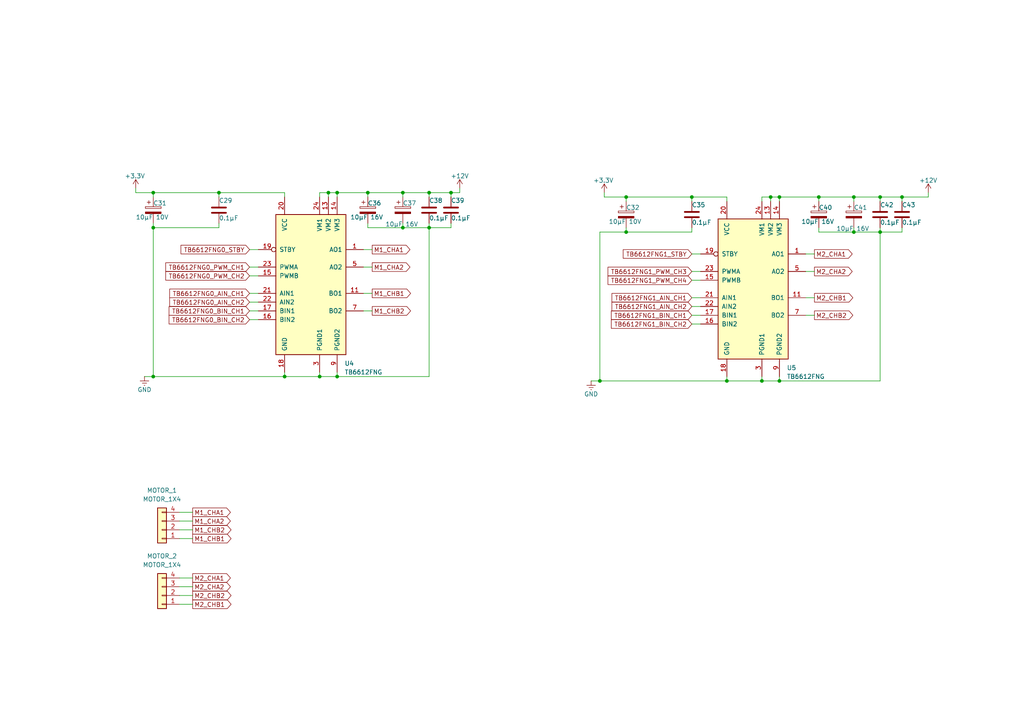
<source format=kicad_sch>
(kicad_sch (version 20250114) (generator "eeschema") (generator_version "9.0")
  (paper "A4")
  (lib_symbols
    (symbol "Connector_Generic:Conn_01x04" (pin_names (offset 1.016) (hide yes))
      (property "Reference" "J" (at 0 5.08 0))
      (property "Value" "Conn_01x04" (at 0 -7.62 0))
      (symbol "Conn_01x04_1_1"
        (rectangle (start -1.27 3.81) (end 1.27 -6.35) (stroke (width 0.254)) (fill (type background)))
        (rectangle (start -1.27 2.667) (end 0 2.413) (stroke (width 0.1524)))
        (rectangle (start -1.27 0.127) (end 0 -0.127) (stroke (width 0.1524)))
        (rectangle (start -1.27 -2.413) (end 0 -2.667) (stroke (width 0.1524)))
        (rectangle (start -1.27 -4.953) (end 0 -5.207) (stroke (width 0.1524)))
        (pin passive line (at -5.08 2.54 0) (length 3.81) (name "Pin_1") (number "1"))
        (pin passive line (at -5.08 0 0) (length 3.81) (name "Pin_2") (number "2"))
        (pin passive line (at -5.08 -2.54 0) (length 3.81) (name "Pin_3") (number "3"))
        (pin passive line (at -5.08 -5.08 0) (length 3.81) (name "Pin_4") (number "4"))
      )
    )
    (symbol "Device:C" (pin_numbers (hide yes)) (pin_names (offset 0.254))
      (property "Reference" "C" (at 0.635 2.54 0))
      (property "Value" "C" (at 0.635 -2.54 0))
      (symbol "C_0_1"
        (polyline (pts (xy -2.032 0.762) (xy 2.032 0.762)) (stroke (width 0.508)))
        (polyline (pts (xy -2.032 -0.762) (xy 2.032 -0.762)) (stroke (width 0.508)))
      )
      (symbol "C_1_1"
        (pin passive line (at 0 3.81 270) (length 2.794) (name "~") (number "1"))
        (pin passive line (at 0 -3.81 90) (length 2.794) (name "~") (number "2"))
      )
    )
    (symbol "Device:C_Polarized" (pin_numbers (hide yes)) (pin_names (offset 0.254))
      (property "Reference" "C" (at 0.635 2.54 0))
      (property "Value" "C_Polarized" (at 0.635 -2.54 0))
      (symbol "C_Polarized_0_1"
        (rectangle (start -2.286 0.508) (end 2.286 1.016))
        (polyline (pts (xy -1.778 2.286) (xy -0.762 2.286)))
        (polyline (pts (xy -1.27 2.794) (xy -1.27 1.778)))
        (rectangle (start 2.286 -0.508) (end -2.286 -1.016) (fill (type outline)))
      )
      (symbol "C_Polarized_1_1"
        (pin passive line (at 0 3.81 270) (length 2.794) (name "~") (number "1"))
        (pin passive line (at 0 -3.81 90) (length 2.794) (name "~") (number "2"))
      )
    )
    (symbol "Driver_Motor:TB6612FNG" (pin_names (offset 1.016))
      (property "Reference" "U" (at 11.43 17.78 0))
      (property "Value" "TB6612FNG" (at 11.43 15.24 0))
      (symbol "TB6612FNG_0_1"
        (rectangle (start -10.16 20.32) (end 10.16 -20.32) (stroke (width 0.254)) (fill (type background)))
      )
      (symbol "TB6612FNG_1_1"
        (pin input inverted (at -15.24 10.16 0) (length 5.08) (name "STBY") (number "19"))
        (pin input line (at -15.24 5.08 0) (length 5.08) (name "PWMA") (number "23"))
        (pin input line (at -15.24 2.54 0) (length 5.08) (name "PWMB") (number "15"))
        (pin input line (at -15.24 -2.54 0) (length 5.08) (name "AIN1") (number "21"))
        (pin input line (at -15.24 -5.08 0) (length 5.08) (name "AIN2") (number "22"))
        (pin input line (at -15.24 -7.62 0) (length 5.08) (name "BIN1") (number "17"))
        (pin input line (at -15.24 -10.16 0) (length 5.08) (name "BIN2") (number "16"))
        (pin power_in line (at -7.62 25.4 270) (length 5.08) (name "VCC") (number "20"))
        (pin power_in line (at -7.62 -25.4 90) (length 5.08) (name "GND") (number "18"))
        (pin power_in line (at 2.54 25.4 270) (length 5.08) (name "VM1") (number "24"))
        (pin power_in line (at 2.54 -25.4 90) (length 5.08) (name "PGND1") (number "3"))
        (pin passive line (at 2.54 -25.4 90) (length 5.08) (hide yes) (name "PGND1") (number "4"))
        (pin power_in line (at 5.08 25.4 270) (length 5.08) (name "VM2") (number "13"))
        (pin power_in line (at 7.62 25.4 270) (length 5.08) (name "VM3") (number "14"))
        (pin passive line (at 7.62 -25.4 90) (length 5.08) (hide yes) (name "PGND2") (number "10"))
        (pin power_in line (at 7.62 -25.4 90) (length 5.08) (name "PGND2") (number "9"))
        (pin output line (at 15.24 10.16 180) (length 5.08) (name "AO1") (number "1"))
        (pin passive line (at 15.24 10.16 180) (length 5.08) (hide yes) (name "AO1") (number "2"))
        (pin output line (at 15.24 5.08 180) (length 5.08) (name "AO2") (number "5"))
        (pin passive line (at 15.24 5.08 180) (length 5.08) (hide yes) (name "AO2") (number "6"))
        (pin output line (at 15.24 -2.54 180) (length 5.08) (name "BO1") (number "11"))
        (pin passive line (at 15.24 -2.54 180) (length 5.08) (hide yes) (name "BO1") (number "12"))
        (pin output line (at 15.24 -7.62 180) (length 5.08) (name "BO2") (number "7"))
        (pin passive line (at 15.24 -7.62 180) (length 5.08) (hide yes) (name "BO2") (number "8"))
      )
    )
    (symbol "power:+12V" (power) (pin_numbers (hide yes)) (pin_names (offset 0) (hide yes))
      (property "Value" "+12V" (at 0 3.556 0))
      (symbol "+12V_0_1"
        (polyline (pts (xy -0.762 1.27) (xy 0 2.54)))
        (polyline (pts (xy 0 2.54) (xy 0.762 1.27)))
        (polyline (pts (xy 0 0) (xy 0 2.54)))
      )
      (symbol "+12V_1_1"
        (pin power_in line (at 0 0 90) (length 0) (name "~") (number "1"))
      )
    )
    (symbol "power:+3.3V" (power) (pin_numbers (hide yes)) (pin_names (offset 0) (hide yes))
      (property "Value" "+3.3V" (at 0 3.556 0))
      (symbol "+3.3V_0_1"
        (polyline (pts (xy -0.762 1.27) (xy 0 2.54)))
        (polyline (pts (xy 0 2.54) (xy 0.762 1.27)))
        (polyline (pts (xy 0 0) (xy 0 2.54)))
      )
      (symbol "+3.3V_1_1"
        (pin power_in line (at 0 0 90) (length 0) (name "~") (number "1"))
      )
    )
    (symbol "power:Earth" (power) (pin_numbers (hide yes)) (pin_names (offset 0) (hide yes))
      (property "Value" "Earth" (at 0 -3.81 0))
      (symbol "Earth_0_1"
        (polyline (pts (xy -0.635 -1.905) (xy 0.635 -1.905)))
        (polyline (pts (xy -0.127 -2.54) (xy 0.127 -2.54)))
        (polyline (pts (xy 0 -1.27) (xy 0 0)))
        (polyline (pts (xy 1.27 -1.27) (xy -1.27 -1.27)))
      )
      (symbol "Earth_1_1"
        (pin power_in line (at 0 0 270) (length 0) (name "~") (number "1"))
      )
    )
  )
  (junction (at 237.49 57.15))
  (junction (at 106.68 55.88))
  (junction (at 261.62 57.15))
  (junction (at 92.71 109.22))
  (junction (at 130.81 55.88))
  (junction (at 97.79 55.88))
  (junction (at 95.25 55.88))
  (junction (at 226.06 57.15))
  (junction (at 44.45 66.04))
  (junction (at 181.61 57.15))
  (junction (at 210.82 110.49))
  (junction (at 223.52 57.15))
  (junction (at 220.98 110.49))
  (junction (at 181.61 67.31))
  (junction (at 247.65 67.31))
  (junction (at 255.27 67.31))
  (junction (at 116.84 55.88))
  (junction (at 255.27 57.15))
  (junction (at 124.46 66.04))
  (junction (at 247.65 57.15))
  (junction (at 97.79 109.22))
  (junction (at 63.5 55.88))
  (junction (at 173.99 110.49))
  (junction (at 116.84 66.04))
  (junction (at 124.46 55.88))
  (junction (at 200.66 57.15))
  (junction (at 226.06 110.49))
  (junction (at 44.45 109.22))
  (junction (at 82.55 109.22))
  (junction (at 44.45 55.88))
  (wire (pts (xy 247.65 57.15) (xy 247.65 58.42)))
  (wire (pts (xy 233.68 91.44) (xy 236.22 91.44)))
  (wire (pts (xy 105.41 77.47) (xy 107.95 77.47)))
  (wire (pts (xy 106.68 66.04) (xy 116.84 66.04)))
  (wire (pts (xy 124.46 55.88) (xy 130.81 55.88)))
  (wire (pts (xy 106.68 55.88) (xy 116.84 55.88)))
  (wire (pts (xy 173.99 110.49) (xy 210.82 110.49)))
  (wire (pts (xy 63.5 66.04) (xy 63.5 64.77)))
  (wire (pts (xy 106.68 66.04) (xy 106.68 64.77)))
  (wire (pts (xy 97.79 55.88) (xy 95.25 55.88)))
  (wire (pts (xy 233.68 86.36) (xy 236.22 86.36)))
  (wire (pts (xy 210.82 58.42) (xy 210.82 57.15)))
  (wire (pts (xy 226.06 57.15) (xy 226.06 58.42)))
  (wire (pts (xy 133.35 55.88) (xy 130.81 55.88)))
  (wire (pts (xy 95.25 55.88) (xy 95.25 57.15)))
  (wire (pts (xy 200.66 91.44) (xy 203.2 91.44)))
  (wire (pts (xy 130.81 64.77) (xy 130.81 66.04)))
  (wire (pts (xy 52.07 153.67) (xy 55.88 153.67)))
  (wire (pts (xy 200.66 81.28) (xy 203.2 81.28)))
  (wire (pts (xy 261.62 57.15) (xy 269.24 57.15)))
  (wire (pts (xy 124.46 109.22) (xy 97.79 109.22)))
  (wire (pts (xy 41.91 109.22) (xy 44.45 109.22)))
  (wire (pts (xy 44.45 64.77) (xy 44.45 66.04)))
  (wire (pts (xy 255.27 110.49) (xy 226.06 110.49)))
  (wire (pts (xy 175.26 57.15) (xy 175.26 55.88)))
  (wire (pts (xy 130.81 66.04) (xy 124.46 66.04)))
  (wire (pts (xy 92.71 55.88) (xy 92.71 57.15)))
  (wire (pts (xy 44.45 55.88) (xy 63.5 55.88)))
  (wire (pts (xy 72.39 85.09) (xy 74.93 85.09)))
  (wire (pts (xy 181.61 57.15) (xy 175.26 57.15)))
  (wire (pts (xy 233.68 78.74) (xy 236.22 78.74)))
  (wire (pts (xy 237.49 57.15) (xy 237.49 58.42)))
  (wire (pts (xy 92.71 109.22) (xy 82.55 109.22)))
  (wire (pts (xy 255.27 66.04) (xy 255.27 67.31)))
  (wire (pts (xy 200.66 73.66) (xy 203.2 73.66)))
  (wire (pts (xy 173.99 67.31) (xy 173.99 110.49)))
  (wire (pts (xy 124.46 57.15) (xy 124.46 55.88)))
  (wire (pts (xy 220.98 57.15) (xy 223.52 57.15)))
  (wire (pts (xy 226.06 57.15) (xy 237.49 57.15)))
  (wire (pts (xy 247.65 67.31) (xy 255.27 67.31)))
  (wire (pts (xy 72.39 80.01) (xy 74.93 80.01)))
  (wire (pts (xy 52.07 156.21) (xy 55.88 156.21)))
  (wire (pts (xy 200.66 57.15) (xy 200.66 58.42)))
  (wire (pts (xy 124.46 66.04) (xy 124.46 109.22)))
  (wire (pts (xy 181.61 67.31) (xy 181.61 66.04)))
  (wire (pts (xy 44.45 66.04) (xy 44.45 109.22)))
  (wire (pts (xy 200.66 67.31) (xy 200.66 66.04)))
  (wire (pts (xy 200.66 88.9) (xy 203.2 88.9)))
  (wire (pts (xy 97.79 55.88) (xy 106.68 55.88)))
  (wire (pts (xy 261.62 57.15) (xy 261.62 58.42)))
  (wire (pts (xy 200.66 93.98) (xy 203.2 93.98)))
  (wire (pts (xy 226.06 110.49) (xy 226.06 109.22)))
  (wire (pts (xy 39.37 55.88) (xy 39.37 54.61)))
  (wire (pts (xy 223.52 57.15) (xy 223.52 58.42)))
  (wire (pts (xy 52.07 175.26) (xy 55.88 175.26)))
  (wire (pts (xy 116.84 66.04) (xy 124.46 66.04)))
  (wire (pts (xy 223.52 57.15) (xy 226.06 57.15)))
  (wire (pts (xy 72.39 92.71) (xy 74.93 92.71)))
  (wire (pts (xy 116.84 55.88) (xy 124.46 55.88)))
  (wire (pts (xy 106.68 57.15) (xy 106.68 55.88)))
  (wire (pts (xy 95.25 55.88) (xy 92.71 55.88)))
  (wire (pts (xy 200.66 86.36) (xy 203.2 86.36)))
  (wire (pts (xy 82.55 55.88) (xy 82.55 57.15)))
  (wire (pts (xy 200.66 78.74) (xy 203.2 78.74)))
  (wire (pts (xy 181.61 57.15) (xy 181.61 58.42)))
  (wire (pts (xy 72.39 87.63) (xy 74.93 87.63)))
  (wire (pts (xy 171.45 110.49) (xy 173.99 110.49)))
  (wire (pts (xy 130.81 57.15) (xy 130.81 55.88)))
  (wire (pts (xy 44.45 109.22) (xy 82.55 109.22)))
  (wire (pts (xy 63.5 55.88) (xy 63.5 57.15)))
  (wire (pts (xy 181.61 67.31) (xy 173.99 67.31)))
  (wire (pts (xy 72.39 77.47) (xy 74.93 77.47)))
  (wire (pts (xy 133.35 55.88) (xy 133.35 54.61)))
  (wire (pts (xy 220.98 110.49) (xy 226.06 110.49)))
  (wire (pts (xy 52.07 167.64) (xy 55.88 167.64)))
  (wire (pts (xy 82.55 55.88) (xy 63.5 55.88)))
  (wire (pts (xy 97.79 109.22) (xy 92.71 109.22)))
  (wire (pts (xy 181.61 57.15) (xy 200.66 57.15)))
  (wire (pts (xy 210.82 110.49) (xy 220.98 110.49)))
  (wire (pts (xy 124.46 66.04) (xy 124.46 64.77)))
  (wire (pts (xy 82.55 109.22) (xy 82.55 107.95)))
  (wire (pts (xy 116.84 55.88) (xy 116.84 57.15)))
  (wire (pts (xy 97.79 55.88) (xy 97.79 57.15)))
  (wire (pts (xy 220.98 110.49) (xy 220.98 109.22)))
  (wire (pts (xy 44.45 55.88) (xy 44.45 57.15)))
  (wire (pts (xy 247.65 57.15) (xy 255.27 57.15)))
  (wire (pts (xy 116.84 64.77) (xy 116.84 66.04)))
  (wire (pts (xy 105.41 85.09) (xy 107.95 85.09)))
  (wire (pts (xy 52.07 172.72) (xy 55.88 172.72)))
  (wire (pts (xy 72.39 90.17) (xy 74.93 90.17)))
  (wire (pts (xy 52.07 170.18) (xy 55.88 170.18)))
  (wire (pts (xy 233.68 73.66) (xy 236.22 73.66)))
  (wire (pts (xy 44.45 55.88) (xy 39.37 55.88)))
  (wire (pts (xy 72.39 72.39) (xy 74.93 72.39)))
  (wire (pts (xy 52.07 148.59) (xy 55.88 148.59)))
  (wire (pts (xy 255.27 67.31) (xy 255.27 110.49)))
  (wire (pts (xy 255.27 57.15) (xy 255.27 58.42)))
  (wire (pts (xy 255.27 57.15) (xy 261.62 57.15)))
  (wire (pts (xy 97.79 107.95) (xy 97.79 109.22)))
  (wire (pts (xy 105.41 90.17) (xy 107.95 90.17)))
  (wire (pts (xy 255.27 67.31) (xy 261.62 67.31)))
  (wire (pts (xy 105.41 72.39) (xy 107.95 72.39)))
  (wire (pts (xy 210.82 110.49) (xy 210.82 109.22)))
  (wire (pts (xy 52.07 151.13) (xy 55.88 151.13)))
  (wire (pts (xy 44.45 66.04) (xy 63.5 66.04)))
  (wire (pts (xy 247.65 66.04) (xy 247.65 67.31)))
  (wire (pts (xy 237.49 66.04) (xy 237.49 67.31)))
  (wire (pts (xy 210.82 57.15) (xy 200.66 57.15)))
  (wire (pts (xy 237.49 57.15) (xy 247.65 57.15)))
  (wire (pts (xy 269.24 57.15) (xy 269.24 55.88)))
  (wire (pts (xy 92.71 107.95) (xy 92.71 109.22)))
  (wire (pts (xy 220.98 58.42) (xy 220.98 57.15)))
  (wire (pts (xy 261.62 66.04) (xy 261.62 67.31)))
  (wire (pts (xy 237.49 67.31) (xy 247.65 67.31)))
  (wire (pts (xy 181.61 67.31) (xy 200.66 67.31)))
  (global_label "M2_CHA1" (shape output) (at 236.22 73.66 0) (property "Intersheetrefs" "${INTERSHEET_REFS}" (effects (hide yes))))
  (global_label "M2_CHB1" (shape output) (at 236.22 86.36 0) (property "Intersheetrefs" "${INTERSHEET_REFS}" (effects (hide yes))))
  (global_label "M1_CHA2" (shape output) (at 55.88 151.13 0) (property "Intersheetrefs" "${INTERSHEET_REFS}" (effects (hide yes))))
  (global_label "TB6612FNG0_BIN_CH1" (shape input) (at 72.39 90.17 180) (property "Intersheetrefs" "${INTERSHEET_REFS}" (effects (hide yes))))
  (global_label "TB6612FNG1_STBY" (shape input) (at 200.66 73.66 180) (property "Intersheetrefs" "${INTERSHEET_REFS}" (effects (hide yes))))
  (global_label "TB6612FNG0_STBY" (shape input) (at 72.39 72.39 180) (property "Intersheetrefs" "${INTERSHEET_REFS}" (effects (hide yes))))
  (global_label "TB6612FNG1_PWM_CH3" (shape input) (at 200.66 78.74 180) (property "Intersheetrefs" "${INTERSHEET_REFS}" (effects (hide yes))))
  (global_label "M2_CHB2" (shape output) (at 55.88 172.72 0) (property "Intersheetrefs" "${INTERSHEET_REFS}" (effects (hide yes))))
  (global_label "TB6612FNG1_AIN_CH1" (shape input) (at 200.66 86.36 180) (property "Intersheetrefs" "${INTERSHEET_REFS}" (effects (hide yes))))
  (global_label "M2_CHA2" (shape output) (at 55.88 170.18 0) (property "Intersheetrefs" "${INTERSHEET_REFS}" (effects (hide yes))))
  (global_label "TB6612FNG1_PWM_CH4" (shape input) (at 200.66 81.28 180) (property "Intersheetrefs" "${INTERSHEET_REFS}" (effects (hide yes))))
  (global_label "M1_CHA1" (shape output) (at 107.95 72.39 0) (property "Intersheetrefs" "${INTERSHEET_REFS}" (effects (hide yes))))
  (global_label "M2_CHB2" (shape output) (at 236.22 91.44 0) (property "Intersheetrefs" "${INTERSHEET_REFS}" (effects (hide yes))))
  (global_label "TB6612FNG0_PWM_CH2" (shape input) (at 72.39 80.01 180) (property "Intersheetrefs" "${INTERSHEET_REFS}" (effects (hide yes))))
  (global_label "TB6612FNG0_AIN_CH2" (shape input) (at 72.39 87.63 180) (property "Intersheetrefs" "${INTERSHEET_REFS}" (effects (hide yes))))
  (global_label "TB6612FNG0_AIN_CH1" (shape input) (at 72.39 85.09 180) (property "Intersheetrefs" "${INTERSHEET_REFS}" (effects (hide yes))))
  (global_label "M1_CHB2" (shape output) (at 107.95 90.17 0) (property "Intersheetrefs" "${INTERSHEET_REFS}" (effects (hide yes))))
  (global_label "TB6612FNG0_BIN_CH2" (shape input) (at 72.39 92.71 180) (property "Intersheetrefs" "${INTERSHEET_REFS}" (effects (hide yes))))
  (global_label "M1_CHB1" (shape output) (at 107.95 85.09 0) (property "Intersheetrefs" "${INTERSHEET_REFS}" (effects (hide yes))))
  (global_label "M1_CHA2" (shape output) (at 107.95 77.47 0) (property "Intersheetrefs" "${INTERSHEET_REFS}" (effects (hide yes))))
  (global_label "M2_CHA1" (shape output) (at 55.88 167.64 0) (property "Intersheetrefs" "${INTERSHEET_REFS}" (effects (hide yes))))
  (global_label "M2_CHA2" (shape output) (at 236.22 78.74 0) (property "Intersheetrefs" "${INTERSHEET_REFS}" (effects (hide yes))))
  (global_label "M2_CHB1" (shape output) (at 55.88 175.26 0) (property "Intersheetrefs" "${INTERSHEET_REFS}" (effects (hide yes))))
  (global_label "M1_CHB2" (shape output) (at 55.88 153.67 0) (property "Intersheetrefs" "${INTERSHEET_REFS}" (effects (hide yes))))
  (global_label "M1_CHB1" (shape output) (at 55.88 156.21 0) (property "Intersheetrefs" "${INTERSHEET_REFS}" (effects (hide yes))))
  (global_label "TB6612FNG0_PWM_CH1" (shape input) (at 72.39 77.47 180) (property "Intersheetrefs" "${INTERSHEET_REFS}" (effects (hide yes))))
  (global_label "TB6612FNG1_BIN_CH2" (shape input) (at 200.66 93.98 180) (property "Intersheetrefs" "${INTERSHEET_REFS}" (effects (hide yes))))
  (global_label "TB6612FNG1_AIN_CH2" (shape input) (at 200.66 88.9 180) (property "Intersheetrefs" "${INTERSHEET_REFS}" (effects (hide yes))))
  (global_label "TB6612FNG1_BIN_CH1" (shape input) (at 200.66 91.44 180) (property "Intersheetrefs" "${INTERSHEET_REFS}" (effects (hide yes))))
  (global_label "M1_CHA1" (shape output) (at 55.88 148.59 0) (property "Intersheetrefs" "${INTERSHEET_REFS}" (effects (hide yes))))
  (symbol (lib_id "Driver_Motor:TB6612FNG") (at 90.17 82.55 0) (unit 1)
    (property "Reference" "U4" (at 99.9333 105.41 0) (effects (justify left)))
    (property "Value" "TB6612FNG" (at 99.9333 107.95 0) (effects (justify left)))
    (property "Footprint" "Package_SO:SSOP-24_5.3x8.2mm_P0.65mm" (effects (hide yes)))
    (property "Datasheet" "https://toshiba.semicon-storage.com/us/product/linear/motordriver/detail.TB6612FNG.html" (effects (hide yes)))
    (property "Description" "Driver IC for Dual DC motor, SSOP-24" (effects (hide yes)))
  )
  (symbol (lib_id "Connector_Generic:Conn_01x04") (at 46.99 153.67 180) (unit 1)
    (property "Reference" "MOTOR_1" (at 46.99 142.24 0))
    (property "Value" "MOTOR_1X4" (at 46.99 144.78 0))
    (property "Footprint" "Connector_JST:JST_EH_S4B-EH_1x04_P2.50mm_Horizontal" (effects (hide yes)))
    (property "Datasheet" "https://www.jst-mfg.com/product/pdf/eng/eEH.pdf" (effects (hide yes)))
    (property "Description" "Generic connector, single row, 01x04, script generated (kicad-library-utils/schlib/autogen/connector/)" (effects (hide yes)))
  )
  (symbol (lib_id "Device:C") (at 261.62 62.23 180) (unit 1)
    (property "Reference" "C43" (at 261.62 59.436 0) (effects (justify right)))
    (property "Value" "0.1μF" (at 261.62 64.516 0) (effects (justify right)))
    (property "Footprint" "Capacitor_SMD:C_0603_1608Metric_Pad1.08x0.95mm_HandSolder" (effects (hide yes)))
    (property "Description" "Unpolarized capacitor" (effects (hide yes)))
  )
  (symbol (lib_id "Driver_Motor:TB6612FNG") (at 218.44 83.82 0) (unit 1)
    (property "Reference" "U5" (at 228.2033 106.68 0) (effects (justify left)))
    (property "Value" "TB6612FNG" (at 228.2033 109.22 0) (effects (justify left)))
    (property "Footprint" "Package_SO:SSOP-24_5.3x8.2mm_P0.65mm" (effects (hide yes)))
    (property "Datasheet" "https://toshiba.semicon-storage.com/us/product/linear/motordriver/detail.TB6612FNG.html" (effects (hide yes)))
    (property "Description" "Driver IC for Dual DC motor, SSOP-24" (effects (hide yes)))
  )
  (symbol (lib_id "power:Earth") (at 171.45 110.49 0) (unit 1)
    (property "Reference" "#PWR049" (effects (hide yes)))
    (property "Value" "GND" (at 171.45 114.3 0))
    (property "Description" "Power symbol creates a global label with name \"Earth\"" (effects (hide yes)))
  )
  (symbol (lib_id "Device:C_Polarized") (at 44.45 60.96 0) (unit 1)
    (property "Reference" "C31" (at 44.45 58.928 0) (effects (justify left)))
    (property "Value" "10μF 10V" (at 39.37 62.992 0) (effects (justify left)))
    (property "Footprint" "Capacitor_Tantalum_SMD:CP_EIA-1608-10_AVX-L_HandSolder" (effects (hide yes)))
    (property "Datasheet" "https://static.chipdip.ru/lib/284/DOC012284842.pdf" (effects (hide yes)))
    (property "Description" "TACL106M010XTA" (effects (hide yes)))
  )
  (symbol (lib_id "power:Earth") (at 41.91 109.22 0) (unit 1)
    (property "Reference" "#PWR045" (effects (hide yes)))
    (property "Value" "GND" (at 41.91 113.03 0))
    (property "Description" "Power symbol creates a global label with name \"Earth\"" (effects (hide yes)))
  )
  (symbol (lib_id "Device:C_Polarized") (at 116.84 60.96 0) (unit 1)
    (property "Reference" "C37" (at 116.84 58.928 0) (effects (justify left)))
    (property "Value" "10μF 16V" (at 111.76 65.024 0) (effects (justify left)))
    (property "Footprint" "Capacitor_Tantalum_SMD:CP_EIA-3528-15_AVX-H_HandSolder" (effects (hide yes)))
    (property "Datasheet" "https://static.chipdip.ru/lib/950/DOC011950171.pdf" (effects (hide yes)))
    (property "Description" "TAJ106K016R" (effects (hide yes)))
  )
  (symbol (lib_id "Device:C") (at 63.5 60.96 180) (unit 1)
    (property "Reference" "C29" (at 63.5 58.166 0) (effects (justify right)))
    (property "Value" "0.1μF" (at 63.5 63.246 0) (effects (justify right)))
    (property "Footprint" "Capacitor_SMD:C_0603_1608Metric_Pad1.08x0.95mm_HandSolder" (effects (hide yes)))
    (property "Description" "Unpolarized capacitor" (effects (hide yes)))
  )
  (symbol (lib_id "power:+12V") (at 269.24 55.88 0) (unit 1)
    (property "Reference" "#PWR048" (effects (hide yes)))
    (property "Value" "+12V" (at 269.24 52.324 0))
    (property "Description" "Power symbol creates a global label with name \"+12V\"" (effects (hide yes)))
  )
  (symbol (lib_id "Device:C") (at 200.66 62.23 180) (unit 1)
    (property "Reference" "C35" (at 200.66 59.436 0) (effects (justify right)))
    (property "Value" "0.1μF" (at 200.66 64.516 0) (effects (justify right)))
    (property "Footprint" "Capacitor_SMD:C_0603_1608Metric_Pad1.08x0.95mm_HandSolder" (effects (hide yes)))
    (property "Description" "Unpolarized capacitor" (effects (hide yes)))
  )
  (symbol (lib_id "Device:C_Polarized") (at 247.65 62.23 0) (unit 1)
    (property "Reference" "C41" (at 247.65 60.198 0) (effects (justify left)))
    (property "Value" "10μF 16V" (at 242.57 66.294 0) (effects (justify left)))
    (property "Footprint" "Capacitor_Tantalum_SMD:CP_EIA-3528-15_AVX-H_HandSolder" (effects (hide yes)))
    (property "Datasheet" "https://static.chipdip.ru/lib/950/DOC011950171.pdf" (effects (hide yes)))
    (property "Description" "TAJ106K016R" (effects (hide yes)))
  )
  (symbol (lib_id "Device:C") (at 124.46 60.96 180) (unit 1)
    (property "Reference" "C38" (at 124.46 58.166 0) (effects (justify right)))
    (property "Value" "0.1μF" (at 124.46 63.246 0) (effects (justify right)))
    (property "Footprint" "Capacitor_SMD:C_0603_1608Metric_Pad1.08x0.95mm_HandSolder" (effects (hide yes)))
    (property "Description" "Unpolarized capacitor" (effects (hide yes)))
  )
  (symbol (lib_id "power:+3.3V") (at 175.26 55.88 0) (unit 1)
    (property "Reference" "#PWR047" (effects (hide yes)))
    (property "Value" "+3.3V" (at 175.006 52.324 0))
    (property "Description" "Power symbol creates a global label with name \"+3.3V\"" (effects (hide yes)))
  )
  (symbol (lib_id "Device:C_Polarized") (at 181.61 62.23 0) (unit 1)
    (property "Reference" "C32" (at 181.61 60.198 0) (effects (justify left)))
    (property "Value" "10μF 10V" (at 176.53 64.262 0) (effects (justify left)))
    (property "Footprint" "Capacitor_Tantalum_SMD:CP_EIA-1608-10_AVX-L_HandSolder" (effects (hide yes)))
    (property "Datasheet" "https://static.chipdip.ru/lib/284/DOC012284842.pdf" (effects (hide yes)))
    (property "Description" "TACL106M010XTA" (effects (hide yes)))
  )
  (symbol (lib_id "power:+3.3V") (at 39.37 54.61 0) (unit 1)
    (property "Reference" "#PWR044" (effects (hide yes)))
    (property "Value" "+3.3V" (at 39.116 51.054 0))
    (property "Description" "Power symbol creates a global label with name \"+3.3V\"" (effects (hide yes)))
  )
  (symbol (lib_id "Device:C_Polarized") (at 106.68 60.96 0) (unit 1)
    (property "Reference" "C36" (at 106.68 58.928 0) (effects (justify left)))
    (property "Value" "10μF 16V" (at 101.6 62.992 0) (effects (justify left)))
    (property "Footprint" "Capacitor_Tantalum_SMD:CP_EIA-3528-15_AVX-H_HandSolder" (effects (hide yes)))
    (property "Datasheet" "https://static.chipdip.ru/lib/950/DOC011950171.pdf" (effects (hide yes)))
    (property "Description" "TAJ106K016R" (effects (hide yes)))
  )
  (symbol (lib_id "power:+12V") (at 133.35 54.61 0) (unit 1)
    (property "Reference" "#PWR046" (effects (hide yes)))
    (property "Value" "+12V" (at 133.35 51.054 0))
    (property "Description" "Power symbol creates a global label with name \"+12V\"" (effects (hide yes)))
  )
  (symbol (lib_id "Connector_Generic:Conn_01x04") (at 46.99 172.72 180) (unit 1)
    (property "Reference" "MOTOR_2" (at 46.99 161.29 0))
    (property "Value" "MOTOR_1X4" (at 46.99 163.83 0))
    (property "Footprint" "Connector_JST:JST_EH_S4B-EH_1x04_P2.50mm_Horizontal" (effects (hide yes)))
    (property "Datasheet" "https://www.jst-mfg.com/product/pdf/eng/eEH.pdf" (effects (hide yes)))
    (property "Description" "Generic connector, single row, 01x04, script generated (kicad-library-utils/schlib/autogen/connector/)" (effects (hide yes)))
  )
  (symbol (lib_id "Device:C") (at 255.27 62.23 180) (unit 1)
    (property "Reference" "C42" (at 255.27 59.436 0) (effects (justify right)))
    (property "Value" "0.1μF" (at 255.27 64.516 0) (effects (justify right)))
    (property "Footprint" "Capacitor_SMD:C_0603_1608Metric_Pad1.08x0.95mm_HandSolder" (effects (hide yes)))
    (property "Description" "Unpolarized capacitor" (effects (hide yes)))
  )
  (symbol (lib_id "Device:C") (at 130.81 60.96 180) (unit 1)
    (property "Reference" "C39" (at 130.81 58.166 0) (effects (justify right)))
    (property "Value" "0.1μF" (at 130.81 63.246 0) (effects (justify right)))
    (property "Footprint" "Capacitor_SMD:C_0603_1608Metric_Pad1.08x0.95mm_HandSolder" (effects (hide yes)))
    (property "Description" "Unpolarized capacitor" (effects (hide yes)))
  )
  (symbol (lib_id "Device:C_Polarized") (at 237.49 62.23 0) (unit 1)
    (property "Reference" "C40" (at 237.49 60.198 0) (effects (justify left)))
    (property "Value" "10μF 16V" (at 232.41 64.262 0) (effects (justify left)))
    (property "Footprint" "Capacitor_Tantalum_SMD:CP_EIA-3528-15_AVX-H_HandSolder" (effects (hide yes)))
    (property "Datasheet" "https://static.chipdip.ru/lib/950/DOC011950171.pdf" (effects (hide yes)))
    (property "Description" "TAJ106K016R" (effects (hide yes)))
  )
)
</source>
